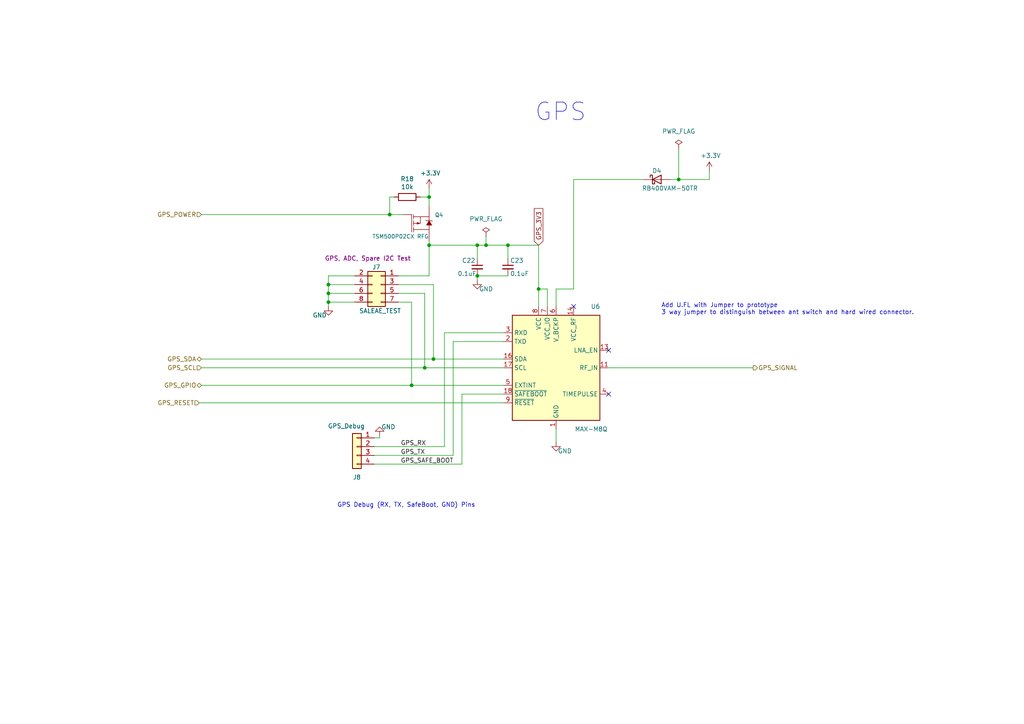
<source format=kicad_sch>
(kicad_sch (version 20230121) (generator eeschema)
  (paper "A4")
  (title_block (title "LCP Controller ") (date "2024-07-22") (rev "0.4") (company "NOAA Pacific Marine Environmental Laboratory") (comment 1 "https://github.com/PaulZC/Artemis_Global_Tracker") (comment 2 "Based on Paul Clark's Sparkfun Artemis Global Tracker") (comment 3 "Current Design Updated by: Joseph Kurina") (comment 4 "Current design by: Matt Casari") (comment 5 "Current design modified by: Basharat Martin") (comment 6 "Current Design Updated by: Joseph Kurina"))
  (lib_symbols
    (symbol "Connector_Generic:Conn_01x04" (pin_names (offset 1.016) hide)
      (property "Reference" "J" (at 0 5.08 0))
      (property "Value" "Conn_01x04" (at 0 -7.62 0))
      (symbol "Conn_01x04_1_1"
        (rectangle (start -1.27 -4.953) (end 0 -5.207) (stroke (width 0.1524)))
        (rectangle (start -1.27 -2.413) (end 0 -2.667) (stroke (width 0.1524)))
        (rectangle (start -1.27 0.127) (end 0 -0.127) (stroke (width 0.1524)))
        (rectangle (start -1.27 2.667) (end 0 2.413) (stroke (width 0.1524)))
        (rectangle (start -1.27 3.81) (end 1.27 -6.35) (stroke (width 0.254)) (fill (type background)))
        (pin passive line (at -5.08 2.54 0) (length 3.81) (name "Pin_1") (number "1"))
        (pin passive line (at -5.08 0 0) (length 3.81) (name "Pin_2") (number "2"))
        (pin passive line (at -5.08 -2.54 0) (length 3.81) (name "Pin_3") (number "3"))
        (pin passive line (at -5.08 -5.08 0) (length 3.81) (name "Pin_4") (number "4"))
      )
    )
    (symbol "Connector_Generic:Conn_02x04_Odd_Even" (pin_names (offset 1.016) hide)
      (property "Reference" "J" (at 1.27 5.08 0))
      (property "Value" "Conn_02x04_Odd_Even" (at 1.27 -7.62 0))
      (symbol "Conn_02x04_Odd_Even_1_1"
        (rectangle (start -1.27 -4.953) (end 0 -5.207) (stroke (width 0.1524)))
        (rectangle (start -1.27 -2.413) (end 0 -2.667) (stroke (width 0.1524)))
        (rectangle (start -1.27 0.127) (end 0 -0.127) (stroke (width 0.1524)))
        (rectangle (start -1.27 2.667) (end 0 2.413) (stroke (width 0.1524)))
        (rectangle (start -1.27 3.81) (end 3.81 -6.35) (stroke (width 0.254)) (fill (type background)))
        (rectangle (start 3.81 -4.953) (end 2.54 -5.207) (stroke (width 0.1524)))
        (rectangle (start 3.81 -2.413) (end 2.54 -2.667) (stroke (width 0.1524)))
        (rectangle (start 3.81 0.127) (end 2.54 -0.127) (stroke (width 0.1524)))
        (rectangle (start 3.81 2.667) (end 2.54 2.413) (stroke (width 0.1524)))
        (pin passive line (at -5.08 2.54 0) (length 3.81) (name "Pin_1") (number "1"))
        (pin passive line (at 7.62 2.54 180) (length 3.81) (name "Pin_2") (number "2"))
        (pin passive line (at -5.08 0 0) (length 3.81) (name "Pin_3") (number "3"))
        (pin passive line (at 7.62 0 180) (length 3.81) (name "Pin_4") (number "4"))
        (pin passive line (at -5.08 -2.54 0) (length 3.81) (name "Pin_5") (number "5"))
        (pin passive line (at 7.62 -2.54 180) (length 3.81) (name "Pin_6") (number "6"))
        (pin passive line (at -5.08 -5.08 0) (length 3.81) (name "Pin_7") (number "7"))
        (pin passive line (at 7.62 -5.08 180) (length 3.81) (name "Pin_8") (number "8"))
      )
    )
    (symbol "Device:C_Small" (pin_numbers hide) (pin_names (offset 0.254) hide)
      (property "Reference" "C" (at 0.254 1.778 0))
      (property "Value" "C_Small" (at 0.254 -2.032 0))
      (symbol "C_Small_0_1"
        (polyline (pts (xy -1.524 -0.508) (xy 1.524 -0.508)) (stroke (width 0.3302)))
        (polyline (pts (xy -1.524 0.508) (xy 1.524 0.508)) (stroke (width 0.3048)))
      )
      (symbol "C_Small_1_1"
        (pin passive line (at 0 2.54 270) (length 2.032) (name "~") (number "1"))
        (pin passive line (at 0 -2.54 90) (length 2.032) (name "~") (number "2"))
      )
    )
    (symbol "Device:D_Schottky" (pin_numbers hide) (pin_names (offset 1.016) hide)
      (property "Reference" "D" (at 0 2.54 0))
      (property "Value" "D_Schottky" (at 0 -2.54 0))
      (symbol "D_Schottky_0_1"
        (polyline (pts (xy 1.27 0) (xy -1.27 0)))
        (polyline (pts (xy 1.27 1.27) (xy 1.27 -1.27) (xy -1.27 0) (xy 1.27 1.27)) (stroke (width 0.254)))
        (polyline (pts (xy -1.905 0.635) (xy -1.905 1.27) (xy -1.27 1.27) (xy -1.27 -1.27) (xy -0.635 -1.27) (xy -0.635 -0.635)) (stroke (width 0.254)))
      )
      (symbol "D_Schottky_1_1"
        (pin passive line (at -3.81 0 0) (length 2.54) (name "K") (number "1"))
        (pin passive line (at 3.81 0 180) (length 2.54) (name "A") (number "2"))
      )
    )
    (symbol "Device:R" (pin_numbers hide) (pin_names (offset 0))
      (property "Reference" "R" (at 2.032 0 90))
      (property "Value" "R" (at 0 0 90))
      (symbol "R_0_1"
        (rectangle (start -1.016 -2.54) (end 1.016 2.54) (stroke (width 0.254)))
      )
      (symbol "R_1_1"
        (pin passive line (at 0 3.81 270) (length 1.27) (name "~") (number "1"))
        (pin passive line (at 0 -3.81 90) (length 1.27) (name "~") (number "2"))
      )
    )
    (symbol "RF_GPS:MAX-M8Q"
      (property "Reference" "U" (at -10.16 16.51 0))
      (property "Value" "MAX-M8Q" (at 11.43 16.51 0))
      (symbol "MAX-M8Q_0_1"
        (rectangle (start 12.7 15.24) (end -12.7 -15.24) (stroke (width 0.254)) (fill (type background)))
      )
      (symbol "MAX-M8Q_1_1"
        (pin power_in line (at 0 -17.78 90) (length 2.54) (name "GND") (number "1"))
        (pin passive line (at 0 -17.78 90) (length 2.54) hide (name "GND") (number "10"))
        (pin input line (at 15.24 0 180) (length 2.54) (name "RF_IN") (number "11"))
        (pin passive line (at 0 -17.78 90) (length 2.54) hide (name "GND") (number "12"))
        (pin output line (at 15.24 5.08 180) (length 2.54) (name "LNA_EN") (number "13"))
        (pin power_out line (at 5.08 17.78 270) (length 2.54) (name "VCC_RF") (number "14"))
        (pin no_connect line (at 12.7 -5.08 180) (length 2.54) hide (name "Reserved") (number "15"))
        (pin bidirectional line (at -15.24 2.54 0) (length 2.54) (name "SDA") (number "16"))
        (pin input line (at -15.24 0 0) (length 2.54) (name "SCL") (number "17"))
        (pin input line (at -15.24 -7.62 0) (length 2.54) (name "~{SAFEBOOT}") (number "18"))
        (pin output line (at -15.24 7.62 0) (length 2.54) (name "TXD") (number "2"))
        (pin input line (at -15.24 10.16 0) (length 2.54) (name "RXD") (number "3"))
        (pin output line (at 15.24 -7.62 180) (length 2.54) (name "TIMEPULSE") (number "4"))
        (pin input line (at -15.24 -5.08 0) (length 2.54) (name "EXTINT") (number "5"))
        (pin power_in line (at 0 17.78 270) (length 2.54) (name "V_BCKP") (number "6"))
        (pin power_in line (at -2.54 17.78 270) (length 2.54) (name "VCC_IO") (number "7"))
        (pin power_in line (at -5.08 17.78 270) (length 2.54) (name "VCC") (number "8"))
        (pin input line (at -15.24 -10.16 0) (length 2.54) (name "~{RESET}") (number "9"))
      )
    )
    (symbol "SparkFun-DiscreteSemi:MOSFET_PCH-DMG2307L" (pin_numbers hide) (pin_names (offset 1.016) hide)
      (property "Reference" "Q" (at 3.81 3.81 0))
      (property "Value" "MOSFET_PCH-DMG2307L" (at 3.81 -5.08 0))
      (property "Field4" "TRANS-11308" (at 0 7.62 0))
      (symbol "MOSFET_PCH-DMG2307L_1_0"
        (polyline (pts (xy -2.54 -2.54) (xy -2.54 2.54)))
        (polyline (pts (xy -1.9812 -1.905) (xy -1.9812 -2.54)))
        (polyline (pts (xy -1.9812 -1.905) (xy 0 -1.905)))
        (polyline (pts (xy -1.9812 -1.2954) (xy -1.9812 -1.905)))
        (polyline (pts (xy -1.9812 0) (xy -1.9812 -0.8382)))
        (polyline (pts (xy -1.9812 0.6858) (xy -1.9812 0)))
        (polyline (pts (xy -1.9812 1.8034) (xy -1.9812 1.0922)))
        (polyline (pts (xy -1.9812 1.8034) (xy 2.54 1.8034)))
        (polyline (pts (xy -1.9812 2.54) (xy -1.9812 1.8034)))
        (polyline (pts (xy 0 -1.905) (xy 0 0)))
        (polyline (pts (xy 0 0) (xy -1.9812 0)))
        (polyline (pts (xy 1.778 -0.762) (xy 1.6002 -0.9398)))
        (polyline (pts (xy 1.778 -0.762) (xy 3.302 -0.762)))
        (polyline (pts (xy 2.54 -2.54) (xy 2.54 -1.905)))
        (polyline (pts (xy 2.54 -1.905) (xy 0 -1.905)))
        (polyline (pts (xy 2.54 -1.905) (xy 2.54 -0.7874)))
        (polyline (pts (xy 2.54 1.8034) (xy 2.54 0.5842)))
        (polyline (pts (xy 2.54 2.54) (xy 2.54 1.8034)))
        (polyline (pts (xy 3.4798 -0.5842) (xy 3.302 -0.762)))
      )
      (symbol "MOSFET_PCH-DMG2307L_1_1"
        (polyline (pts (xy -0.1778 0) (xy -0.9398 -0.254) (xy -0.9398 -0.254) (xy -0.9398 0.254) (xy -0.9398 0.254) (xy -0.1778 0)) (fill (type outline)))
        (polyline (pts (xy 3.302 0.508) (xy 2.54 -0.762) (xy 2.54 -0.762) (xy 1.778 0.508) (xy 1.778 0.508) (xy 3.302 0.508)) (fill (type outline)))
        (pin bidirectional line (at -5.08 -2.54 0) (length 2.54) (name "G") (number "1"))
        (pin bidirectional line (at 2.54 -5.08 90) (length 2.54) (name "S") (number "2"))
        (pin bidirectional line (at 2.54 5.08 270) (length 2.54) (name "D") (number "3"))
      )
    )
    (symbol "power:+3.3V" (power) (pin_names (offset 0))
      (property "Value" "+3.3V" (at 0 3.556 0))
      (symbol "+3.3V_0_1"
        (polyline (pts (xy -0.762 1.27) (xy 0 2.54)))
        (polyline (pts (xy 0 0) (xy 0 2.54)))
        (polyline (pts (xy 0 2.54) (xy 0.762 1.27)))
      )
      (symbol "+3.3V_1_1"
        (pin power_in line (at 0 0 90) (length 0) hide (name "+3.3V") (number "1"))
      )
    )
    (symbol "power:GND" (power) (pin_names (offset 0))
      (property "Value" "GND" (at 0 -3.81 0))
      (symbol "GND_0_1"
        (polyline (pts (xy 0 0) (xy 0 -1.27) (xy 1.27 -1.27) (xy 0 -2.54) (xy -1.27 -1.27) (xy 0 -1.27)))
      )
      (symbol "GND_1_1"
        (pin power_in line (at 0 0 270) (length 0) hide (name "GND") (number "1"))
      )
    )
    (symbol "power:PWR_FLAG" (power) (pin_numbers hide) (pin_names (offset 0) hide)
      (property "Value" "PWR_FLAG" (at 0 3.81 0))
      (symbol "PWR_FLAG_0_0"
        (pin power_out line (at 0 0 90) (length 0) (name "pwr") (number "1"))
      )
      (symbol "PWR_FLAG_0_1"
        (polyline (pts (xy 0 0) (xy 0 1.27) (xy -1.016 1.905) (xy 0 2.54) (xy 1.016 1.905) (xy 0 1.27)))
      )
    )
  )
  (junction (at 119.38 111.76))
  (junction (at 140.97 71.12))
  (junction (at 95.25 87.63))
  (junction (at 95.25 82.55))
  (junction (at 147.32 71.12))
  (junction (at 125.73 104.14))
  (junction (at 95.25 85.09))
  (junction (at 124.46 71.12))
  (junction (at 123.19 106.68))
  (junction (at 138.43 71.12))
  (junction (at 156.21 83.82))
  (junction (at 138.43 80.01))
  (junction (at 124.46 57.15))
  (junction (at 113.03 62.23))
  (junction (at 196.85 52.07))
  (no_connect (at 176.53 114.3))
  (no_connect (at 166.37 88.9))
  (no_connect (at 176.53 101.6))
  (wire (pts (xy 196.85 43.18) (xy 196.85 52.07)))
  (wire (pts (xy 119.38 87.63) (xy 119.38 111.76)))
  (wire (pts (xy 138.43 80.01) (xy 147.32 80.01)))
  (wire (pts (xy 123.19 85.09) (xy 123.19 106.68)))
  (wire (pts (xy 138.43 74.93) (xy 138.43 71.12)))
  (wire (pts (xy 166.37 83.82) (xy 161.29 83.82)))
  (wire (pts (xy 131.445 99.06) (xy 131.445 132.08)))
  (wire (pts (xy 138.43 80.01) (xy 138.43 81.28)))
  (wire (pts (xy 58.42 106.68) (xy 123.19 106.68)))
  (wire (pts (xy 125.73 104.14) (xy 146.05 104.14)))
  (wire (pts (xy 166.37 52.07) (xy 166.37 83.82)))
  (wire (pts (xy 140.97 71.12) (xy 147.32 71.12)))
  (wire (pts (xy 95.25 82.55) (xy 95.25 85.09)))
  (wire (pts (xy 115.57 85.09) (xy 123.19 85.09)))
  (wire (pts (xy 102.87 85.09) (xy 95.25 85.09)))
  (wire (pts (xy 147.32 74.93) (xy 147.32 71.12)))
  (wire (pts (xy 110.109 127) (xy 108.585 127)))
  (wire (pts (xy 113.03 57.15) (xy 114.3 57.15)))
  (wire (pts (xy 95.25 87.63) (xy 95.25 88.9)))
  (wire (pts (xy 115.57 80.01) (xy 124.46 80.01)))
  (wire (pts (xy 95.25 80.01) (xy 102.87 80.01)))
  (wire (pts (xy 102.87 82.55) (xy 95.25 82.55)))
  (wire (pts (xy 156.21 71.12) (xy 156.21 83.82)))
  (wire (pts (xy 128.905 96.52) (xy 128.905 129.54)))
  (wire (pts (xy 147.32 71.12) (xy 156.21 71.12)))
  (wire (pts (xy 205.74 49.53) (xy 205.74 52.07)))
  (wire (pts (xy 140.97 68.58) (xy 140.97 71.12)))
  (wire (pts (xy 124.46 54.61) (xy 124.46 57.15)))
  (wire (pts (xy 58.42 111.76) (xy 119.38 111.76)))
  (wire (pts (xy 58.42 62.23) (xy 113.03 62.23)))
  (wire (pts (xy 176.53 106.68) (xy 218.44 106.68)))
  (wire (pts (xy 133.985 114.3) (xy 133.985 134.62)))
  (wire (pts (xy 146.05 114.3) (xy 133.985 114.3)))
  (wire (pts (xy 115.57 82.55) (xy 125.73 82.55)))
  (wire (pts (xy 116.84 62.23) (xy 113.03 62.23)))
  (wire (pts (xy 102.87 87.63) (xy 95.25 87.63)))
  (wire (pts (xy 196.85 52.07) (xy 205.74 52.07)))
  (wire (pts (xy 161.29 83.82) (xy 161.29 88.9)))
  (wire (pts (xy 166.37 52.07) (xy 186.69 52.07)))
  (wire (pts (xy 57.785 116.84) (xy 146.05 116.84)))
  (wire (pts (xy 124.46 71.12) (xy 138.43 71.12)))
  (wire (pts (xy 124.46 57.15) (xy 124.46 59.69)))
  (wire (pts (xy 156.21 83.82) (xy 158.75 83.82)))
  (wire (pts (xy 119.38 111.76) (xy 146.05 111.76)))
  (wire (pts (xy 146.05 99.06) (xy 131.445 99.06)))
  (wire (pts (xy 95.25 85.09) (xy 95.25 87.63)))
  (wire (pts (xy 131.445 132.08) (xy 108.585 132.08)))
  (wire (pts (xy 95.25 82.55) (xy 95.25 80.01)))
  (wire (pts (xy 133.985 134.62) (xy 108.585 134.62)))
  (wire (pts (xy 113.03 62.23) (xy 113.03 57.15)))
  (wire (pts (xy 161.29 128.27) (xy 161.29 124.46)))
  (wire (pts (xy 58.42 104.14) (xy 125.73 104.14)))
  (wire (pts (xy 128.905 129.54) (xy 108.585 129.54)))
  (wire (pts (xy 115.57 87.63) (xy 119.38 87.63)))
  (wire (pts (xy 123.19 106.68) (xy 146.05 106.68)))
  (wire (pts (xy 138.43 71.12) (xy 140.97 71.12)))
  (wire (pts (xy 158.75 83.82) (xy 158.75 88.9)))
  (wire (pts (xy 125.73 82.55) (xy 125.73 104.14)))
  (wire (pts (xy 124.46 71.12) (xy 124.46 80.01)))
  (wire (pts (xy 124.46 69.85) (xy 124.46 71.12)))
  (wire (pts (xy 110.109 126.365) (xy 110.109 127)))
  (wire (pts (xy 146.05 96.52) (xy 128.905 96.52)))
  (wire (pts (xy 194.31 52.07) (xy 196.85 52.07)))
  (wire (pts (xy 156.21 83.82) (xy 156.21 88.9)))
  (wire (pts (xy 121.92 57.15) (xy 124.46 57.15)))
  (text "GPS Debug (RX, TX, SafeBoot, GND) Pins\n" (at 97.79 147.32 0) (effects (font (size 1.27 1.27)) (justify left bottom)))
  (text "GPS" (at 170.18 35.56 0) (effects (font (size 5.08 5.08)) (justify right bottom)))
  (text "Add U.FL with Jumper to prototype\n3 way jumper to distinguish between ant switch and hard wired connector." (at 191.77 91.44 0) (effects (font (size 1.27 1.27)) (justify left bottom)))
  (label "GPS_SAFE_BOOT" (at 116.205 134.62 0))
  (label "GPS_RX" (at 116.205 129.54 0))
  (label "GPS_TX" (at 116.205 132.08 0))
  (global_label "GPS_3V3" (shape input) (at 156.21 71.12 90) (property "Intersheetrefs" "${INTERSHEET_REFS}" (effects hide)))
  (hierarchical_label "GPS_SDA" (shape bidirectional) (at 58.42 104.14 180))
  (hierarchical_label "GPS_RESET" (shape input) (at 57.785 116.84 180))
  (hierarchical_label "GPS_SCL" (shape input) (at 58.42 106.68 180))
  (hierarchical_label "GPS_SIGNAL" (shape output) (at 218.44 106.68 0))
  (hierarchical_label "GPS_POWER" (shape input) (at 58.42 62.23 180))
  (hierarchical_label "GPS_GPIO" (shape bidirectional) (at 58.42 111.76 180))
  (symbol (lib_id "Connector_Generic:Conn_02x04_Odd_Even") (at 110.49 82.55 0) (mirror y) (unit 1)
    (property "Reference" "J7" (at 107.95 77.47 0) (effects (justify right)))
    (property "Value" "SALEAE_TEST" (at 104.14 90.17 0) (effects (justify right)))
    (property "Footprint" "Connector_PinHeader_2.54mm:PinHeader_2x04_P2.54mm_Vertical" (effects hide))
    (property "TestPoint" "GPS, ADC, Spare I2C Test" (at 106.68 74.93 0))
    (property "MPN" "0010897080" (effects hide))
  )
  (symbol (lib_id "power:GND") (at 95.25 88.9 0) (unit 1)
    (property "Reference" "#PWR051" (effects hide))
    (property "Value" "GND" (at 92.71 91.44 0))
  )
  (symbol (lib_id "Device:R") (at 118.11 57.15 270) (unit 1)
    (property "Reference" "R18" (at 118.11 51.8922 90))
    (property "Value" "10k" (at 118.11 54.2036 90))
    (property "Footprint" "Resistor_SMD:R_0805_2012Metric" (effects hide))
    (property "MPN" "ERA-6AEB103V" (effects hide))
  )
  (symbol (lib_id "power:+3.3V") (at 124.46 54.61 0) (unit 1)
    (property "Reference" "#PWR049" (effects hide))
    (property "Value" "+3.3V" (at 124.841 50.2158 0))
  )
  (symbol (lib_id "SparkFun-DiscreteSemi:MOSFET_PCH-DMG2307L") (at 121.92 64.77 0) (mirror x) (unit 1)
    (property "Reference" "Q4" (at 126.111 62.357 0) (effects (font (size 1.143 1.143)) (justify left)))
    (property "Value" "TSM500P02CX RFG" (at 107.95 68.58 0) (effects (font (size 1.143 1.143)) (justify left)))
    (property "Footprint" "Package_TO_SOT_SMD:SOT-23" (effects hide))
    (property "Datasheet" "https://www.mouser.com/datasheet/2/395/TSM500P02CX_B1811-1918968.pdf" (effects hide))
    (property "MPN" "TSM500P02CX RFG" (effects hide))
    (property "Field4" "TRANS-11308" (effects hide))
  )
  (symbol (lib_id "power:GND") (at 161.29 128.27 0) (unit 1)
    (property "Reference" "#PWR052" (effects hide))
    (property "Value" "GND" (at 163.83 130.81 0))
  )
  (symbol (lib_id "Device:C_Small") (at 147.32 77.47 0) (unit 1)
    (property "Reference" "C23" (at 147.955 75.565 0) (effects (justify left)))
    (property "Value" "0.1uF" (at 147.955 79.375 0) (effects (justify left)))
    (property "Footprint" "Capacitor_SMD:C_0805_2012Metric" (effects hide))
    (property "MPN" "885012207016" (effects hide))
  )
  (symbol (lib_id "Device:C_Small") (at 138.43 77.47 0) (unit 1)
    (property "Reference" "C22" (at 133.985 75.565 0) (effects (justify left)))
    (property "Value" "0.1uF" (at 132.715 79.375 0) (effects (justify left)))
    (property "Footprint" "Capacitor_SMD:C_0805_2012Metric" (effects hide))
    (property "MPN" "885012207016" (effects hide))
  )
  (symbol (lib_id "power:GND") (at 138.43 81.28 0) (unit 1)
    (property "Reference" "#PWR050" (effects hide))
    (property "Value" "GND" (at 140.97 83.82 0))
  )
  (symbol (lib_id "power:+3.3V") (at 205.74 49.53 0) (unit 1)
    (property "Reference" "#PWR048" (effects hide))
    (property "Value" "+3.3V" (at 206.121 45.1358 0))
  )
  (symbol (lib_id "RF_GPS:MAX-M8Q") (at 161.29 106.68 0) (unit 1)
    (property "Reference" "U6" (at 172.72 88.9 0))
    (property "Value" "MAX-M8Q" (at 171.45 124.46 0))
    (property "Footprint" "RF_GPS:ublox_MAX" (effects hide))
    (property "Datasheet" "https://www.u-blox.com/sites/default/files/MAX-M8-FW3_DataSheet_%28UBX-15031506%29.pdf" (effects hide))
    (property "MPN" "MAX-8C-0" (effects hide))
  )
  (symbol (lib_id "power:PWR_FLAG") (at 196.85 43.18 0) (unit 1)
    (property "Reference" "#FLG05" (effects hide))
    (property "Value" "PWR_FLAG" (at 196.85 38.1 0))
  )
  (symbol (lib_id "Device:D_Schottky") (at 190.5 52.07 0) (unit 1)
    (property "Reference" "D4" (at 190.5 49.53 0))
    (property "Value" "RB400VAM-50TR" (at 194.31 54.61 0))
    (property "Footprint" "Diode_SMD:D_TUMD2" (effects hide))
    (property "MPN" "RB400VAM-50TR" (effects hide))
  )
  (symbol (lib_id "Connector_Generic:Conn_01x04") (at 103.505 129.54 0) (mirror y) (unit 1)
    (property "Reference" "J8" (at 103.505 138.43 0))
    (property "Value" "GPS_Debug" (at 100.457 123.571 0))
    (property "Footprint" "Connector_PinHeader_2.54mm:PinHeader_1x04_P2.54mm_Vertical" (effects hide))
  )
  (symbol (lib_id "power:GND") (at 110.109 126.365 180) (unit 1)
    (property "Reference" "#PWR053" (effects hide))
    (property "Value" "GND" (at 112.649 123.825 0))
  )
  (symbol (lib_id "power:PWR_FLAG") (at 140.97 68.58 0) (unit 1)
    (property "Reference" "#FLG06" (effects hide))
    (property "Value" "PWR_FLAG" (at 140.97 63.5 0))
  )
)
</source>
